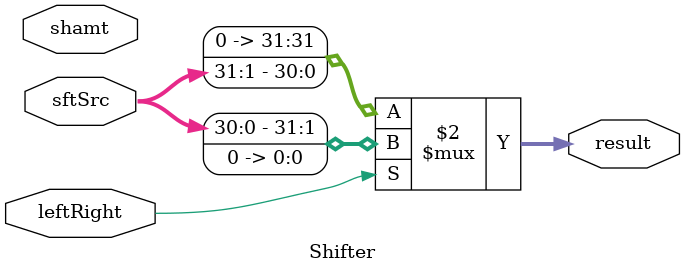
<source format=v>
module Shifter( result, leftRight, shamt, sftSrc  );
    
  output wire[31:0] result;

  input wire leftRight;
  input wire[4:0] shamt;
  input wire[31:0] sftSrc;
  
  wire l, r;
  
  assign result = (leftRight == 1'b0) ? {1'b0, sftSrc[31:1]} : {sftSrc[30:0], 1'b0};  
 
endmodule
</source>
